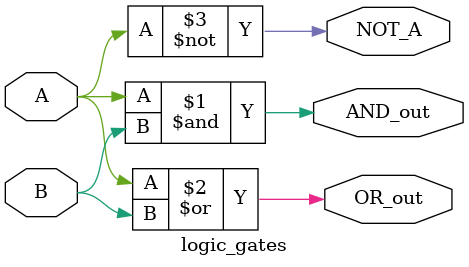
<source format=v>
module logic_gates (
    input wire A,
    input wire B,
    output wire AND_out,
    output wire OR_out,
    output wire NOT_A
);
    assign AND_out = A & B;
    assign OR_out = A | B;
    assign NOT_A = ~A;
endmodule
</source>
